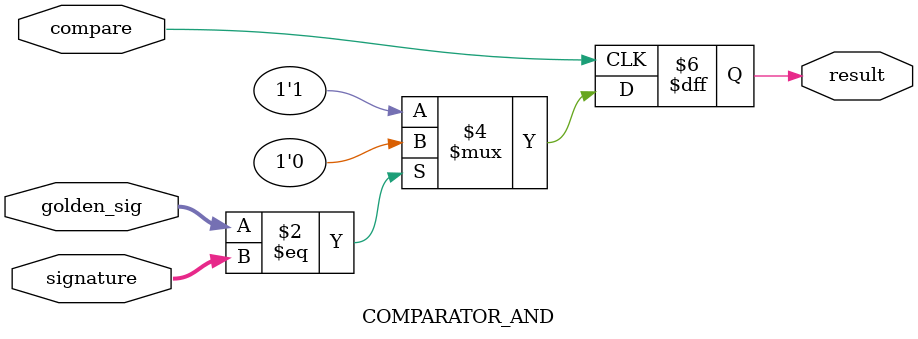
<source format=v>
`timescale 1ns / 1ps
module COMPARATOR_AND(input[2:0] signature, golden_sig, 
                      input compare,
							 output reg result);

always@(posedge compare)
    begin
        if(golden_sig == signature)
            result=0;
        else
            result=1;
    end
endmodule

</source>
